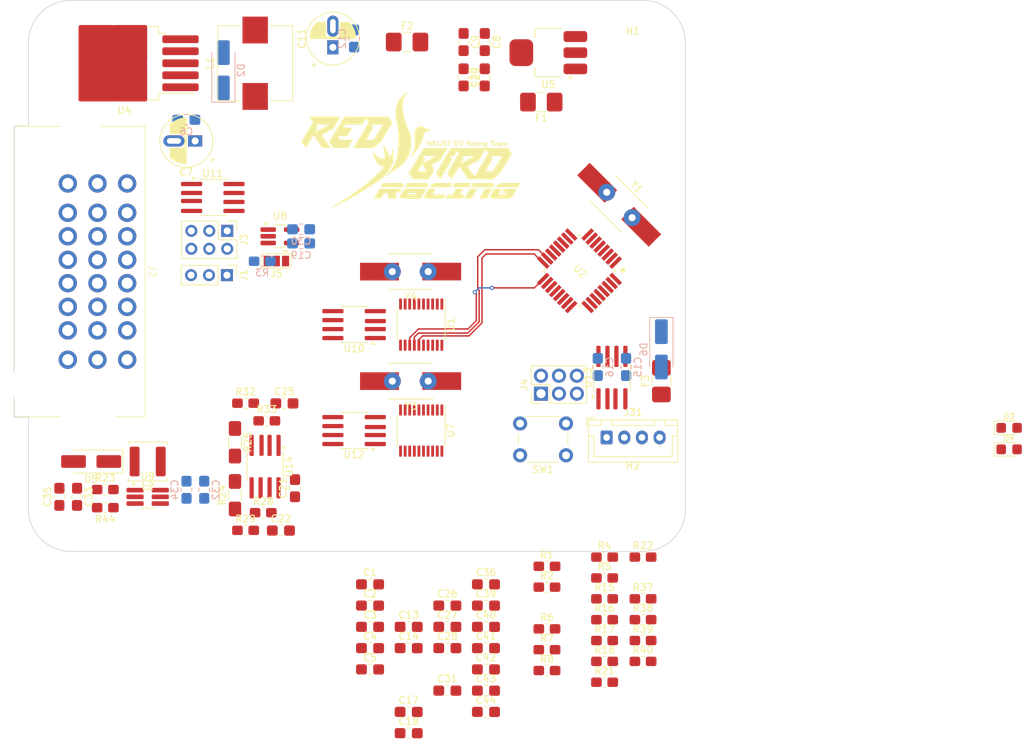
<source format=kicad_pcb>
(kicad_pcb (version 20241229) (generator "pcbnew") (generator_version "9.0")
  (layers (0 "F.Cu" signal) (2 "B.Cu" signal) (13 "F.Paste" user) (15 "B.Paste" user) (5 "F.SilkS" user "F.Silkscreen") (7 "B.SilkS" user "B.Silkscreen") (1 "F.Mask" user) (3 "B.Mask" user) (25 "Edge.Cuts" user))
  (net 0 "")
  (net 1 "+3.3V")
  (net 2 "+12V")
  (net 3 "+5V")
  (net 4 "XTAL1")
  (net 5 "PUMP_NTC_50k")
  (net 6 "BRAKE_TEMP1")
  (net 7 "BRAKE_TEMP2")
  (net 8 "Net-(U5-VO)")
  (net 9 "DS18B20")
  (net 10 "XTAL2")
  (net 11 "RST")
  (net 12 "GND")
  (net 13 "Net-(U4-FB)")
  (net 14 "Net-(D2-K)")
  (net 15 "BRAKE_TEMP_OUT1")
  (net 16 "BRAKE_TEMP_OUT2")
  (net 17 "SCL_3V3")
  (net 18 "SDA_3V3")
  (net 19 "POT1_IN")
  (net 20 "POT2_IN")
  (net 21 "FLOW_IN")
  (net 22 "Temp_sensor")
  (net 23 "SCK")
  (net 24 "MISO")
  (net 25 "+24V")
  (net 26 "Net-(D5-K)")
  (net 27 "Net-(U9-FB)")
  (net 29 "MOSI")
  (net 30 "CS_CAN2")
  (net 31 "j1")
  (net 32 "j3")
  (net 33 "CS_CAN1")
  (net 34 "j2")
  (net 38 "PUMP_PWM")
  (net 39 "Net-(U1-OSC2)")
  (net 40 "Net-(U1-OSC1)")
  (net 41 "Net-(U7-OSC2)")
  (net 42 "Net-(U7-OSC1)")
  (net 43 "Net-(D3-A)")
  (net 44 "Net-(D4-A)")
  (net 45 "Net-(U1-~{RESET})")
  (net 46 "Net-(U7-~{RESET})")
  (net 47 "Net-(U14A--)")
  (net 48 "Net-(U14B--)")
  (net 50 "Net-(U1-RXCAN)")
  (net 53 "Net-(U1-TXCAN)")
  (net 60 "Net-(U12-RXD)")
  (net 63 "Net-(U12-TXD)")
  (net 69 "CAN1+")
  (net 70 "CAN1-")
  (net 71 "CAN2-")
  (net 72 "CAN2+")
  (net 73 "SCL")
  (net 74 "SDA")
  (net 75 "FLOW_OUT")
  (net 77 "Net-(U13-V3)")
  (net 79 "328_RX")
  (net 80 "UD-")
  (net 81 "UD+")
  (net 82 "328_TX")
  (net 83 "Net-(D6-A)")
  (net 84 "Net-(J31-Pin_4)")
  (net 85 "ENCODER_B")
  (net 86 "ENCODER_A")
  (net 87 "Net-(J5-Pin_3)")
  (footprint "RMC_Capacitor:CP_Radial_D6.3mm_P2.50mm_handsolder" (layer "F.Cu") (at 128 82 180)
    (property "Reference" "C7")
    (property "Value" "100uF")
  )
  (footprint "RMC_SO:SOIC-8_3.9x4.9mm_P1.27mm_RMC_Handsolder" (layer "F.Cu") (at 150.5 108 180)
    (property "Reference" "U10")
    (property "Value" "TJA1051T")
  )
  (footprint "RMC_Capacitor:C_0805_2012Metric_Pad1.18x1.45mm_HandSolder_L" (layer "F.Cu") (at 169.1696 153.8)
    (property "Reference" "C41")
    (property "Value" "22pF")
  )
  (footprint "RMC_Capacitor:C_0805_2012Metric_Pad1.18x1.45mm_HandSolder_L" (layer "F.Cu") (at 152.7608 153.8)
    (property "Reference" "C4")
    (property "Value" "100nF")
  )
  (footprint "RMC_SO:SOIC-8_3.9x4.9mm_P1.27mm_RMC_Handsolder" (layer "F.Cu") (at 187 115.5 90)
    (property "Reference" "U13")
    (property "Value" "CH340N")
  )
  (footprint "RMC_Connnector:HD241_24pin" (layer "F.Cu") (at 118.375 100.495 -90)
    (property "Reference" "J2")
    (property "Value" "Conn_01x24")
  )
  (footprint "RMC_SO:SOIC-8_3.9x4.9mm_P1.27mm_RMC_Handsolder" (layer "F.Cu") (at 137.9 128.1 -90)
    (property "Reference" "U14")
    (property "Value" "LM2904")
  )
  (footprint "RMC_Resistor:R_0805_2012Metric_Pad1.20x1.40mm_HandSolder_L" (layer "F.Cu") (at 191.4 155.704206)
    (property "Reference" "R40")
    (property "Value" "4k7")
  )
  (footprint "to be sorted:Fuse_1210_3225Metric_Pad1.42x2.65mm_HandSolder" (layer "F.Cu") (at 158 68)
    (property "Reference" "F2")
    (property "Value" "Fuse")
  )
  (footprint "RMC_Capacitor:C_0805_2012Metric_Pad1.18x1.45mm_HandSolder_L" (layer "F.Cu") (at 163.7 147.78)
    (property "Reference" "C26")
    (property "Value" "22pF")
  )
  (footprint "RMC_SO:TSSOP-20_4.4x6.5mm_P0.65mm" (layer "F.Cu") (at 160 108 -90)
    (property "Reference" "U1")
    (property "Value" "MCP2515-xSO")
  )
  (footprint "RMC_Capacitor:C_0805_2012Metric_Pad1.18x1.45mm_HandSolder_L" (layer "F.Cu") (at 169.1696 147.78)
    (property "Reference" "C39")
    (property "Value" "100nF")
  )
  (footprint "RMC_Capacitor:C_0805_2012Metric_Pad1.18x1.45mm_HandSolder_L" (layer "F.Cu") (at 140.64 119.154317)
    (property "Reference" "C25")
    (property "Value" "100nF")
  )
  (footprint "RMC_Capacitor:C_0805_2012Metric_Pad1.18x1.45mm_HandSolder_L" (layer "F.Cu") (at 152.7608 150.79)
    (property "Reference" "C3")
    (property "Value" "100nF")
  )
  (footprint "RMC_Capacitor:C_0805_2012Metric_Pad1.18x1.45mm_HandSolder_L" (layer "F.Cu") (at 166 68 -90)
    (property "Reference" "C9")
    (property "Value" "10uF")
  )
  (footprint "RMC_Resistor:R_0805_2012Metric_Pad1.20x1.40mm_HandSolder_L" (layer "F.Cu") (at 115.28 133.88 180)
    (property "Reference" "R44")
    (property "Value" "680R")
  )
  (footprint "RMC_Capacitor:C_0805_2012Metric_Pad1.18x1.45mm_HandSolder_L" (layer "F.Cu") (at 158.2304 162.83)
    (property "Reference" "C17")
    (property "Value" "22pF")
  )
  (footprint "RMC_SOT:SOT-223-3_TabPin2_Handsolder" (layer "F.Cu") (at 178 69.5 180)
    (property "Reference" "U5")
    (property "Value" "AMS1117-3.3")
  )
  (footprint "RMC_Capacitor:C_0805_2012Metric_Pad1.18x1.45mm_HandSolder_L" (layer "F.Cu") (at 111.28 132.38 -90)
    (property "Reference" "C33")
    (property "Value" "22uF")
  )
  (footprint "RMC_Capacitor:C_0805_2012Metric_Pad1.18x1.45mm_HandSolder_L" (layer "F.Cu") (at 169.1696 162.83)
    (property "Reference" "C44")
    (property "Value" "100nF")
  )
  (footprint "RMC_Resistor:R_0805_2012Metric_Pad1.20x1.40mm_HandSolder_L" (layer "F.Cu") (at 185.959717 146.847897)
    (property "Reference" "R15")
    (property "Value" "10M")
  )
  (footprint "RMC_Resistor:R_0805_2012Metric_Pad1.20x1.40mm_HandSolder_L" (layer "F.Cu") (at 137.64 134.654317)
    (property "Reference" "R28")
    (property "Value" "22k")
  )
  (footprint "RMC_Capacitor:C_0805_2012Metric_Pad1.18x1.45mm_HandSolder_L" (layer "F.Cu") (at 158.2304 153.8)
    (property "Reference" "C14")
    (property "Value" "100nF")
  )
  (footprint "Connector_PinHeader_2.54mm:PinHeader_2x03_P2.54mm_Vertical" (layer "F.Cu") (at 176.96 117.775 90)
    (property "Reference" "J4")
    (property "Value" "AVR-ISP-6")
  )
  (footprint "RMC_LED:LED_0805_2012Metric_Pad1.45x1.40mm_HandSolder" (layer "F.Cu") (at 243.23 125.655)
    (property "Reference" "D4")
    (property "Value" "LED")
  )
  (footprint "RMC_Capacitor:C_0805_2012Metric_Pad1.18x1.45mm_HandSolder_L" (layer "F.Cu") (at 169.1696 150.79)
    (property "Reference" "C40")
    (property "Value" "100nF")
  )
  (footprint "RMC_Capacitor:C_0805_2012Metric_Pad1.18x1.45mm_HandSolder_L" (layer "F.Cu") (at 163.7 159.82)
    (property "Reference" "C31")
    (property "Value" "100nF")
  )
  (footprint "RMC_Capacitor:C_0805_2012Metric_Pad1.18x1.45mm_HandSolder_L" (layer "F.Cu") (at 152.7608 156.81)
    (property "Reference" "C5")
    (property "Value" "22pF")
  )
  (footprint "RMC_Capacitor:C_0805_2012Metric_Pad1.18x1.45mm_HandSolder_L" (layer "F.Cu") (at 169.1696 156.81)
    (property "Reference" "C42")
    (property "Value" "22pF")
  )
  (footprint "RMC_Resistor:R_0805_2012Metric_Pad1.20x1.40mm_HandSolder_L" (layer "F.Cu") (at 185.959717 149.8)
    (property "Reference" "R16")
    (property "Value" "10k")
  )
  (footprint "Connector_JST:JST_XH_B4B-XH-A_1x04_P2.50mm_Vertical" (layer "F.Cu") (at 186.25 123.975)
    (property "Reference" "J31")
    (property "Value" "Conn_01x04")
  )
  (footprint "Button_Switch_THT:SW_PUSH_6mm_H5mm" (layer "F.Cu") (at 180.5 126.5 180)
    (property "Reference" "SW1")
    (property "Value" "SW_Push")
  )
  (footprint "MountingHole:MountingHole_3.2mm_M3" (layer "F.Cu") (at 189.967641 132.0978)
    (property "Reference" "H2")
    (property "Value" "MountingHole")
  )
  (footprint "RMC_Capacitor:C_0805_2012Metric_Pad1.18x1.45mm_HandSolder_L" (layer "F.Cu") (at 169.1696 144.77)
    (property "Reference" "C36")
    (property "Value" "100nF")
  )
  (footprint "MountingHole:MountingHole_3.2mm_M3" (layer "F.Cu") (at 189.967641 70.5978)
    (property "Reference" "H1")
    (property "Value" "MountingHole")
  )
  (footprint "RMC_Capacitor:C_0805_2012Metric_Pad1.18x1.45mm_HandSolder_L" (layer "F.Cu") (at 163.7 150.79)
    (property "Reference" "C27")
    (property "Value" "22pF")
  )
  (footprint "RMC_Resistor:R_0805_2012Metric_Pad1.20x1.40mm_HandSolder_L" (layer "F.Cu") (at 177.8 151.1)
    (property "Reference" "R6")
    (property "Value" "1M")
  )
  (footprint "RMC_Capacitor:C_0805_2012Metric_Pad1.18x1.45mm_HandSolder_L" (layer "F.Cu") (at 140.14 137.154317)
    (property "Reference" "C22")
    (property "Value" "100nF")
  )
  (footprint "RMC_Resistor:R_0805_2012Metric_Pad1.20x1.40mm_HandSolder_L" (layer "F.Cu") (at 185.959717 140.943691)
    (property "Reference" "R4")
    (property "Value" "10M")
  )
  (footprint "RMC_LED:LED_0805_2012Metric_Pad1.45x1.40mm_HandSolder" (layer "F.Cu") (at 243.23 122.615)
    (property "Reference" "D3")
    (property "Value" "LED")
  )
  (footprint "RMC_Capacitor:C_0805_2012Metric_Pad1.18x1.45mm_HandSolder_L" (layer "F.Cu") (at 169.1696 159.82)
    (property "Reference" "C43")
    (property "Value" "100nF")
  )
  (footprint "RMC_Resistor:R_0805_2012Metric_Pad1.20x1.40mm_HandSolder_L" (layer "F.Cu") (at 185.959717 158.656309)
    (property "Reference" "R21")
    (property "Value" "10k")
  )
  (footprint "RMC_Resistor:R_0805_2012Metric_Pad1.20x1.40mm_HandSolder_L" (layer "F.Cu") (at 177.8 154.052103)
    (property "Reference" "R7")
    (property "Value" "1M")
  )
  (footprint "RMC_Crystal:Crystal_HC49-U_Vertical_W_SMD" (layer "F.Cu") (at 160.993282 116 180)
    (property "Reference" "Y3")
    (property "Value" "20MHz")
  )
  (footprint "RMC_Crystal:Crystal_HC49-U_Vertical_W_SMD" (layer "F.Cu") (at 160.993282 100.5 180)
    (property "Reference" "Y4")
    (property "Value" "20MHz")
  )
  (footprint "RMC_Capacitor:C_0805_2012Metric_Pad1.18x1.45mm_HandSolder_L" (layer "F.Cu") (at 142.14 131.154317 90)
    (property "Reference" "C21")
    (property "Value" "100nF")
  )
  (footprint "RMC_Resistor:R_0805_2012Metric_Pad1.20x1.40mm_HandSolder_L" (layer "F.Cu") (at 191.4 152.752103)
    (property "Reference" "R39")
    (property "Value" "120R")
  )
  (footprint "Jumper:SolderJumper-3_P1.3mm_Open_Pad1.0x1.5mm" (layer "F.Cu") (at 139.5 99 180)
    (property "Reference" "J5")
    (property "Value" "Conn_01x03")
  )
  (footprint "RMC_Crystal:Crystal_HC49-U_Vertical_W_SMD" (layer "F.Cu") (at 186.267589 89.267589 -45)
    (property "Reference" "Y1")
    (property "Value" "16MHz")
  )
  (footprint "to be sorted:Fuse_1210_3225Metric_Pad1.42x2.65mm_HandSolder" (layer "F.Cu") (at 177 76.5 180)
    (property "Reference" "F1")
    (property "Value" "Fuse")
  )
  (footprint "RMC_Resistor:R_0805_2012Metric_Pad1.20x1.40mm_HandSolder_L" (layer "F.Cu") (at 191.4 146.847897)
    (property "Reference" "R37")
    (property "Value" "50k")
  )
  (footprint "RMC_Capacitor:C_0805_2012Metric_Pad1.18x1.45mm_HandSolder_L" (layer "F.Cu") (at 158.2304 165.84)
    (property "Reference" "C18")
    (property "Value" "10uF")
  )
  (footprint "RMC_Capacitor:C_0805_2012Metric_Pad1.18x1.45mm_HandSolder_L" (layer "F.Cu") (at 169 73 90)
    (property "Reference" "C10")
    (property "Value" "100nF")
  )
  (footprint "RMC_Resistor:R_0805_2012Metric_Pad1.20x1.40mm_HandSolder_L" (layer "F.Cu") (at 185.959717 143.895794)
    (property "Reference" "R5")
    (property "Value" "4.7k")
  )
  (footprint "RMC_SO:SOIC-8_3.9x4.9mm_P1.27mm_RMC_Handsolder" (layer "F.Cu") (at 150.5 123 180)
    (property "Reference" "U12")
    (property "Value" "TJA1051T")
  )
  (footprint "RMC_Resistor:R_0805_2012Metric_Pad1.20x1.40mm_HandSolder_L" (layer "F.Cu") (at 115.28 131.38)
    (property "Reference" "R23")
    (property "Value" "249k")
  )
  (footprint "Connector_PinHeader_2.54mm:PinHeader_1x03_P2.54mm_Vertical" (layer "F.Cu") (at 132.5 101 -90)
    (property "Reference" "J1")
    (property "Value" "Conn_01x03")
  )
  (footprint "RMC_Resistor:R_0805_2012Metric_Pad1.20x1.40mm_HandSolder_L" (layer "F.Cu") (at 185.959717 155.704206)
    (property "Reference" "R18")
    (property "Value" "10M")
  )
  (footprint "RMC_Capacitor:C_0805_2012Metric_Pad1.18x1.45mm_HandSolder_L" (layer "F.Cu") (at 152.7608 147.78)
    (property "Reference" "C2")
    (property "Value" "10uF")
  )
  (footprint "RMC_Resistor:R_1206_3216Metric_Pad1.30x1.75mm_HandSolder_RMC" (layer "F.Cu") (at 133.64 132.154317 90)
    (property "Reference" "R24")
    (property "Value" "10R")
  )
  (footprint "Diode_SMD:D_SMA_Handsoldering" (layer "F.Cu") (at 113.28 127.38 180)
    (property "Reference" "D5")
    (property "Value" "SMA Diode")
  )
  (footprint "RMC_Resistor:R_0805_2012Metric_Pad1.20x1.40mm_HandSolder_L" (layer "F.Cu") (at 177.8 142.243691)
    (property "Reference" "R1")
    (property "Value" "1M")
  )
  (footprint "RMC_Resistor:R_0805_2012Metric_Pad1.20x1.40mm_HandSolder_L" (layer "F.Cu") (at 177.8 145.195794)
    (property "Reference" "R2")
    (property "Value" "1M")
  )
  (footprint "RMC_Capacitor:C_0805_2012Metric_Pad1.18x1.45mm_HandSolder_L" (layer "F.Cu") (at 169 68 -90)
    (property "Reference" "C8")
    (property "Value" "100nF")
  )
  (footprint "RMC_QFP:TQFP-32_7x7mm_P0.8mm_L" (layer "F.Cu") (at 182.4 100.377323 -135)
    (property "Reference" "U2")
    (property "Value" "ATmega328P-A")
  )
  (footprint "RMC_Resistor:R_0805_2012Metric_Pad1.20x1.40mm_HandSolder_L" (layer "F.Cu") (at 191.4 149.8)
    (property "Reference" "R38")
    (property "Value" "330R")
  )
  (footprint "RMC_Resistor:R_0805_2012Metric_Pad1.20x1.40mm_HandSolder_L" (layer "F.Cu") (at 185.959717 152.752103)
    (property "Reference" "R17")
    (property "Value" "120R")
  )
  (footprint "RMC_Resistor:R_1206_3216Metric_Pad1.30x1.75mm_HandSolder_RMC" (layer "F.Cu") (at 133.64 124.654317 -90)
    (property "Reference" "R25")
    (property "Value" "10R")
  )
  (footprint "RMC_Resistor:R_0805_2012Metric_Pad1.20x1.40mm_HandSolder_L" (layer "F.Cu") (at 177.8 157.004206)
    (property "Reference" "R8")
    (property "Value" "1M")
  )
  (footprint "Inductor_SMD:L_Sunlord_SWPA5040S" (layer "F.Cu") (at 121.28 127.38 180)
    (property "Reference" "L2")
    (property "Value" "4.7-22uH")
  )
  (footprint "RMC_TO:TO-263-5_TabPin3_Handsolder" (layer "F.Cu") (at 118 71 180)
    (property "Reference" "U4")
    (property "Value" "LM2576S-5")
  )
  (footprint "to be sorted:Fuse_1210_3225Metric_Pad1.42x2.65mm_HandSolder" (layer "F.Cu") (at 194 116 90)
    (property "Reference" "F3")
    (property "Value" "Fuse")
  )
  (footprint "RMC_SOT:SOT-23-6_Handsoldering_Extended_RMC" (layer "F.Cu") (at 121.28 132.38)
    (property "Reference" "U9")
    (property "Value" "MT3608/SDB628")
  )
  (footprint "RMC_Capacitor:C_0805_2012Metric_Pad1.18x1.45mm_HandSolder_L" (layer "F.Cu") (at 108.78 132.38 90)
    (property "Reference" "C35")
    (property "Value" "100nF")
  )
  (footprint "RMC_SO:TSSOP-20_4.4x6.5mm_P0.65mm" (layer "F.Cu") (at 160 123 -90)
    (property "Reference" "U7")
    (property "Value" "MCP2515-xSO")
  )
  (footprint "RBR_logo:RBR_logo" (layer "F.Cu") (at 158.8 83.2)
    (property "Reference" "G***" (hide yes))
    (property "Value" "LOGO" (hide yes))
  )
  (footprint "RMC_Resistor:R_0805_2012Metric_Pad1.20x1.40mm_HandSolder_L" (layer "F.Cu") (at 135.14 137.154317)
    (property "Reference" "R29")
    (property "Value" "1k")
  )
  (footprint "RMC_Resistor:R_0805_2012Metric_Pad1.20x1.40mm_HandSolder_L" (layer "F.Cu") (at 138.14 121.654317)
    (property "Reference" "R33")
    (property "Value" "22k")
  )
  (footprint "RMC_Capacitor:C_0805_2012Metric_Pad1.18x1.45mm_HandSolder_L" (layer "F.Cu") (at 163.7 153.8)
    (property "Reference" "C28")
    (property "Value" "100nF")
  )
  (footprint "RMC_SOT:SOT-23-5_HandSoldering_Extended_RMC" (layer "F.Cu") (at 140 95.5)
    (property "Reference" "U8")
    (property "Value" "74LVC1G17")
  )
  (footprint "RMC_Resistor:R_0805_2012Metric_Pad1.20x1.40mm_HandSolder_L" (layer "F.Cu") (at 191.4 140.943691)
    (property "Reference" "R22")
    (property "Value" "120R")
  )
  (footprint "Connector_PinHeader_2.54mm:PinHeader_2x03_P2.54mm_Vertical" (layer "F.Cu") (at 132.54 94.725 -90)
    (property "Reference" "J3")
    (property "Value" "Conn_02x03_Odd_Even")
  )
  (footprint "RMC_Capacitor:C_0805_2012Metric_Pad1.18x1.45mm_HandSolder_L" (layer "F.Cu") (at 166 73 -90)
    (property "Reference" "C20")
    (property "Value" "22uF")
  )
  (footprint "RMC_Capacitor:C_0805_2012Metric_Pad1.18x1.45mm_HandSolder_L" (layer "F.Cu") (at 152.7608 144.77)
    (property "Reference" "C1")
    (property "Value" "100nF")
  )
  (footprint "RMC_Capacitor:C_0805_2012Metric_Pad1.18x1.45mm_HandSolder_L" (layer "F.Cu") (at 158.2304 150.79)
    (property "Reference" "C13")
    (property "Value" "100nF")
  )
  (footprint "RMC_Inductor:L_10.4x10.4_H4.8" (layer "F.Cu") (at 136.5 71 90)
    (property "Reference" "L1")
    (property "Value" "330uH")
  )
  (footprint "RMC_Resistor:R_0805_2012Metric_Pad1.20x1.40mm_HandSolder_L" (layer "F.Cu") (at 135.14 119.154317)
    (property "Reference" "R32")
    (property "Value" "1k")
  )
  (footprint "RMC_Capacitor:CP_Radial_D6.3mm_P2.50mm_handsolder" (layer "F.Cu") (at 147.5 68.75 90)
    (property "Reference" "C11")
    (property "Value" "330uF")
  )
  (footprint "RMC_SO:SOIC-8_3.9x4.9mm_P1.27mm_RMC_Handsolder" (layer "F.Cu") (at 130.5 90)
    (property "Reference" "U11")
    (property "Value" "TCA9517D")
  )
  (footprint "RMC_Capacitor:C_0805_2012Metric_Pad1.18x1.45mm_HandSolder_L" (layer "B.Cu") (at 143 96.5)
    (property "Reference" "C19")
    (property "Value" "optional")
  )
  (footprint "RMC_Capacitor:C_0805_2012Metric_Pad1.18x1.45mm_HandSolder_L" (layer "B.Cu") (at 143 94.5)
    (property "Reference" "C30")
    (property "Value" "100nF")
  )
  (footprint "RMC_Capacitor:C_0805_2012Metric_Pad1.18x1.45mm_HandSolder_L" (layer "B.Cu") (at 150.5 67.5 -90)
    (property "Reference" "C12")
    (property "Value" "100nF")
  )
  (footprint "RMC_Capacitor:C_0805_2012Metric_Pad1.18x1.45mm_HandSolder_L" (layer "B.Cu") (at 185 114 90)
    (property "Reference" "C16")
    (property "Value" "100nF")
  )
  (footprint "RMC_Capacitor:C_0805_2012Metric_Pad1.18x1.45mm_HandSolder_L" (layer "B.Cu") (at 126.75 79)
    (property "Reference" "C6")
    (property "Value" "100nF")
  )
  (footprint "Diode_SMD:D_SMA_Handsoldering" (layer "B.Cu") (at 194 111.5 -90)
    (property "Reference" "D6")
    (property "Value" "SMA Diode")
  )
  (footprint "RMC_Resistor:R_0805_2012Metric_Pad1.20x1.40mm_HandSolder_L" (layer "B.Cu") (at 137.5 99)
    (property "Reference" "R3")
    (property "Value" "1M")
  )
  (footprint "RMC_Capacitor:C_0805_2012Metric_Pad1.18x1.45mm_HandSolder_L" (layer "B.Cu") (at 129.28 131.38 90)
    (property "Reference" "C32")
    (property "Value" "22uF")
  )
  (footprint "RMC_Capacitor:C_0805_2012Metric_Pad1.18x1.45mm_HandSolder_L" (layer "B.Cu") (at 126.78 131.38 -90)
    (property "Reference" "C34")
    (property "Value" "100nF")
  )
  (footprint "Diode_SMD:D_SMA_Handsoldering" (layer "B.Cu") (at 132 72 90)
    (property "Reference" "D2")
    (property "Value" "SMA Diode")
  )
  (footprint "RMC_Capacitor:C_0805_2012Metric_Pad1.18x1.45mm_HandSolder_L" (layer "B.Cu") (at 189 114 90)
    (property "Reference" "C15")
    (property "Value" "100nF")
  )
  (gr_line (start 102.4 115.3478) (end 102.4 79.8478) (stroke (width 0.1)) (layer "Edge.Cuts"))
  (gr_line (start 110.4 140.0978) (end 191.4 140.0978) (stroke (width 0.1)) (layer "Edge.Cuts"))
  (gr_line (start 102.4 79.8478) (end 104.4 79.8478) (stroke (width 0.05)) (layer "Edge.Cuts"))
  (gr_line (start 104.4 68.0978) (end 104.4 79.8478) (stroke (width 0.1)) (layer "Edge.Cuts"))
  (gr_arc (start 104.4 68.0978) (mid 106.157359 63.855159) (end 110.4 62.0978) (stroke (width 0.1)) (layer "Edge.Cuts"))
  (gr_arc (start 197.407359 134.0978) (mid 195.649997 138.340426) (end 191.407359 140.0978) (stroke (width 0.1)) (layer "Edge.Cuts"))
  (gr_arc (start 110.4 140.0978) (mid 106.157359 138.340441) (end 104.4 134.0978) (stroke (width 0.1)) (layer "Edge.Cuts"))
  (gr_line (start 102.4 121.0978) (end 104.4 121.0978) (stroke (width 0.1)) (layer "Edge.Cuts"))
  (gr_line (start 197.4 134.0978) (end 197.3926 68.0978) (stroke (width 0.1)) (layer "Edge.Cuts"))
  (gr_line (start 102.4 115.3478) (end 102.4 121.0978) (stroke (width 0.1)) (layer "Edge.Cuts"))
  (gr_arc (start 191.392641 62.0978) (mid 195.635282 63.855159) (end 197.392641 68.0978) (stroke (width 0.1)) (layer "Edge.Cuts"))
  (gr_line (start 104.4 134.0978) (end 104.4 121.0978) (stroke (width 0.1)) (layer "Edge.Cuts"))
  (gr_line (start 191.39262 62.0978) (end 110.4 62.0978) (stroke (width 0.1)) (layer "Edge.Cuts"))
  (segment (start 158.375 109.8579) (end 159.61645 108.61645) (width 0.2) (layer "F.Cu") (net 23))
  (segment (start 166.61645 108.61645) (end 167.799 107.4339) (width 0.2) (layer "F.Cu") (net 23))
  (segment (start 159.61645 108.61645) (end 166.61645 108.61645) (width 0.2) (layer "F.Cu") (net 23))
  (segment (start 158.375 110.9125) (end 158.375 109.8579) (width 0.2) (layer "F.Cu") (net 23))
  (segment (start 167.799 107.4339) (end 167.799 103.599) (width 0.2) (layer "F.Cu") (net 23))
  (segment (start 167.799 103.599) (end 167.6 103.4) (width 0.2) (layer "F.Cu") (net 23))
  (segment (start 176 102.8) (end 170 102.8) (width 0.2) (layer "F.Cu") (net 23))
  (segment (start 177.273476 101.544049) (end 176.017525 102.8) (width 0.2) (layer "F.Cu") (net 23))
  (segment (start 176.017525 102.8) (end 176 102.8) (width 0.2) (layer "F.Cu") (net 23))
  (via (at 167.6 103.4) (size 0.6) (drill 0.3) (layers "F.Cu" "B.Cu") (net 23))
  (via (at 170 102.8) (size 0.6) (drill 0.3) (layers "F.Cu" "B.Cu") (net 23))
  (segment (start 168.2 102.8) (end 170 102.8) (width 0.2) (layer "B.Cu") (net 23))
  (segment (start 167.6 103.4) (end 168.2 102.8) (width 0.2) (layer "B.Cu") (net 23))
  (segment (start 166.7661 109.601) (end 168.601 107.7661) (width 0.2) (layer "F.Cu") (net 24))
  (segment (start 168.601 107.7661) (end 168.601 98.599) (width 0.2) (layer "F.Cu") (net 24))
  (segment (start 168.601 98.599) (end 169.2 98) (width 0.2) (layer "F.Cu") (net 24))
  (segment (start 159.675 110.125001) (end 160.199001 109.601) (width 0.2) (layer "F.Cu") (net 24))
  (segment (start 177.210597 99.210597) (end 177.273476 99.210597) (width 0.2) (layer "F.Cu") (net 24))
  (segment (start 176 98) (end 177.210597 99.210597) (width 0.2) (layer "F.Cu") (net 24))
  (segment (start 160.199001 109.601) (end 166.7661 109.601) (width 0.2) (layer "F.Cu") (net 24))
  (segment (start 169.2 98) (end 176 98) (width 0.2) (layer "F.Cu") (net 24))
  (segment (start 159.675 110.9125) (end 159.675 110.125001) (width 0.2) (layer "F.Cu") (net 24))
  (segment (start 176.59425 97.4) (end 169 97.4) (width 0.2) (layer "F.Cu") (net 29))
  (segment (start 168.201 103.151057) (end 168.201 103.648943) (width 0.2) (layer "F.Cu") (net 29))
  (segment (start 168 102.950057) (end 168.201 103.151057) (width 0.2) (layer "F.Cu") (net 29))
  (segment (start 169 97.4) (end 168 98.4) (width 0.2) (layer "F.Cu") (net 29))
  (segment (start 159.025 109.775) (end 159.025 110.9125) (width 0.2) (layer "F.Cu") (net 29))
  (segment (start 159.6 109.2) (end 159.025 109.775) (width 0.2) (layer "F.Cu") (net 29))
  (segment (start 168.2 103.649943) (end 168.2 107.6) (width 0.2) (layer "F.Cu") (net 29))
  (segment (start 166.6 109.2) (end 159.6 109.2) (width 0.2) (layer "F.Cu") (net 29))
  (segment (start 177.839161 98.644911) (end 176.59425 97.4) (width 0.2) (layer "F.Cu") (net 29))
  (segment (start 168 98.4) (end 168 102.950057) (width 0.2) (layer "F.Cu") (net 29))
  (segment (start 168.201 103.648943) (end 168.2 103.649943) (width 0.2) (layer "F.Cu") (net 29))
  (segment (start 168.2 107.6) (end 166.6 109.2) (width 0.2) (layer "F.Cu") (net 29))
)
</source>
